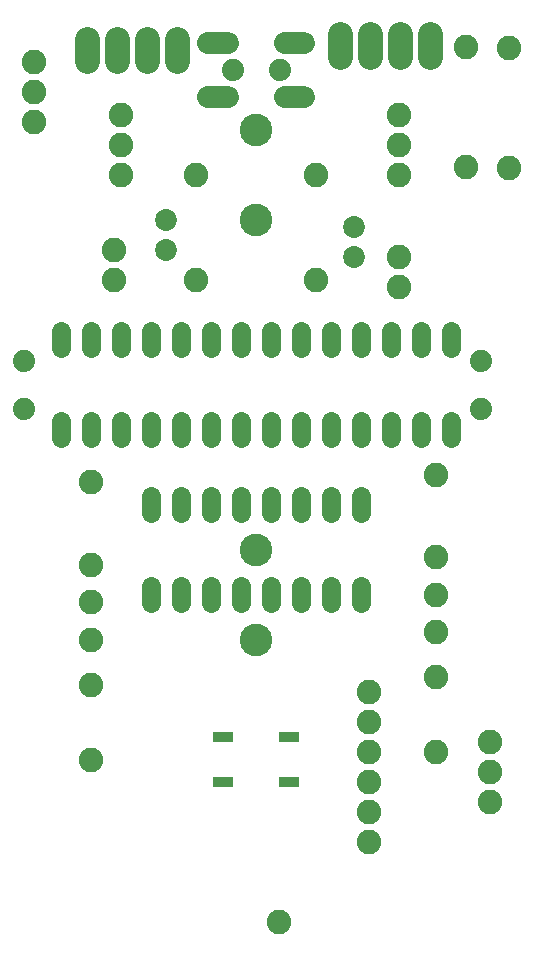
<source format=gts>
G75*
%MOIN*%
%OFA0B0*%
%FSLAX24Y24*%
%IPPOS*%
%LPD*%
%AMOC8*
5,1,8,0,0,1.08239X$1,22.5*
%
%ADD10C,0.0820*%
%ADD11C,0.0730*%
%ADD12C,0.0640*%
%ADD13R,0.0680X0.0380*%
%ADD14C,0.0720*%
%ADD15C,0.0740*%
%ADD16C,0.1085*%
%ADD17C,0.0820*%
D10*
X003990Y006790D03*
X003990Y009290D03*
X003990Y010790D03*
X003990Y012040D03*
X003990Y013290D03*
X003990Y016040D03*
X004740Y022790D03*
X004740Y023790D03*
X004990Y026290D03*
X004990Y027290D03*
X004990Y028290D03*
X007490Y026290D03*
X007490Y022790D03*
X011490Y022790D03*
X011490Y026290D03*
X014240Y026290D03*
X014240Y027290D03*
X014240Y028290D03*
X016490Y026540D03*
X017900Y026530D03*
X017900Y030530D03*
X016490Y030540D03*
X014240Y023540D03*
X014240Y022540D03*
X015490Y016290D03*
X015490Y013540D03*
X015490Y012290D03*
X015490Y011040D03*
X015490Y009540D03*
X015490Y007040D03*
X017290Y007390D03*
X017290Y006390D03*
X017290Y005390D03*
X013240Y005040D03*
X013240Y004040D03*
X013240Y006040D03*
X013240Y007040D03*
X013240Y008040D03*
X013240Y009040D03*
X010240Y001390D03*
X002090Y028040D03*
X002090Y029040D03*
X002090Y030040D03*
D11*
X006490Y024790D03*
X006490Y023790D03*
X012740Y023540D03*
X012740Y024540D03*
D12*
X012990Y021070D02*
X012990Y020510D01*
X011990Y020510D02*
X011990Y021070D01*
X010990Y021070D02*
X010990Y020510D01*
X009990Y020510D02*
X009990Y021070D01*
X008990Y021070D02*
X008990Y020510D01*
X007990Y020510D02*
X007990Y021070D01*
X006990Y021070D02*
X006990Y020510D01*
X005990Y020510D02*
X005990Y021070D01*
X004990Y021070D02*
X004990Y020510D01*
X003990Y020510D02*
X003990Y021070D01*
X002990Y021070D02*
X002990Y020510D01*
X002990Y018070D02*
X002990Y017510D01*
X003990Y017510D02*
X003990Y018070D01*
X004990Y018070D02*
X004990Y017510D01*
X005990Y017510D02*
X005990Y018070D01*
X006990Y018070D02*
X006990Y017510D01*
X007990Y017510D02*
X007990Y018070D01*
X008990Y018070D02*
X008990Y017510D01*
X009990Y017510D02*
X009990Y018070D01*
X010990Y018070D02*
X010990Y017510D01*
X011990Y017510D02*
X011990Y018070D01*
X012990Y018070D02*
X012990Y017510D01*
X013990Y017510D02*
X013990Y018070D01*
X014990Y018070D02*
X014990Y017510D01*
X015990Y017510D02*
X015990Y018070D01*
X015990Y020510D02*
X015990Y021070D01*
X014990Y021070D02*
X014990Y020510D01*
X013990Y020510D02*
X013990Y021070D01*
X012990Y015570D02*
X012990Y015010D01*
X011990Y015010D02*
X011990Y015570D01*
X010990Y015570D02*
X010990Y015010D01*
X009990Y015010D02*
X009990Y015570D01*
X008990Y015570D02*
X008990Y015010D01*
X007990Y015010D02*
X007990Y015570D01*
X006990Y015570D02*
X006990Y015010D01*
X005990Y015010D02*
X005990Y015570D01*
X005990Y012570D02*
X005990Y012010D01*
X006990Y012010D02*
X006990Y012570D01*
X007990Y012570D02*
X007990Y012010D01*
X008990Y012010D02*
X008990Y012570D01*
X009990Y012570D02*
X009990Y012010D01*
X010990Y012010D02*
X010990Y012570D01*
X011990Y012570D02*
X011990Y012010D01*
X012990Y012010D02*
X012990Y012570D01*
D13*
X010590Y007540D03*
X010590Y006040D03*
X008390Y006040D03*
X008390Y007540D03*
D14*
X008530Y028900D02*
X007890Y028900D01*
X007890Y030680D02*
X008530Y030680D01*
X010450Y030680D02*
X011090Y030680D01*
X011090Y028900D02*
X010450Y028900D01*
D15*
X010277Y029790D03*
X008703Y029790D03*
X001740Y020077D03*
X001740Y018503D03*
X016990Y018503D03*
X016990Y020077D03*
D16*
X009490Y024790D03*
X009490Y027790D03*
X009490Y013790D03*
X009490Y010790D03*
D17*
X006840Y030080D02*
X006840Y030820D01*
X005840Y030820D02*
X005840Y030080D01*
X004840Y030080D02*
X004840Y030820D01*
X003840Y030820D02*
X003840Y030080D01*
X012280Y030230D02*
X012280Y030970D01*
X013280Y030970D02*
X013280Y030230D01*
X014280Y030230D02*
X014280Y030970D01*
X015280Y030970D02*
X015280Y030230D01*
M02*

</source>
